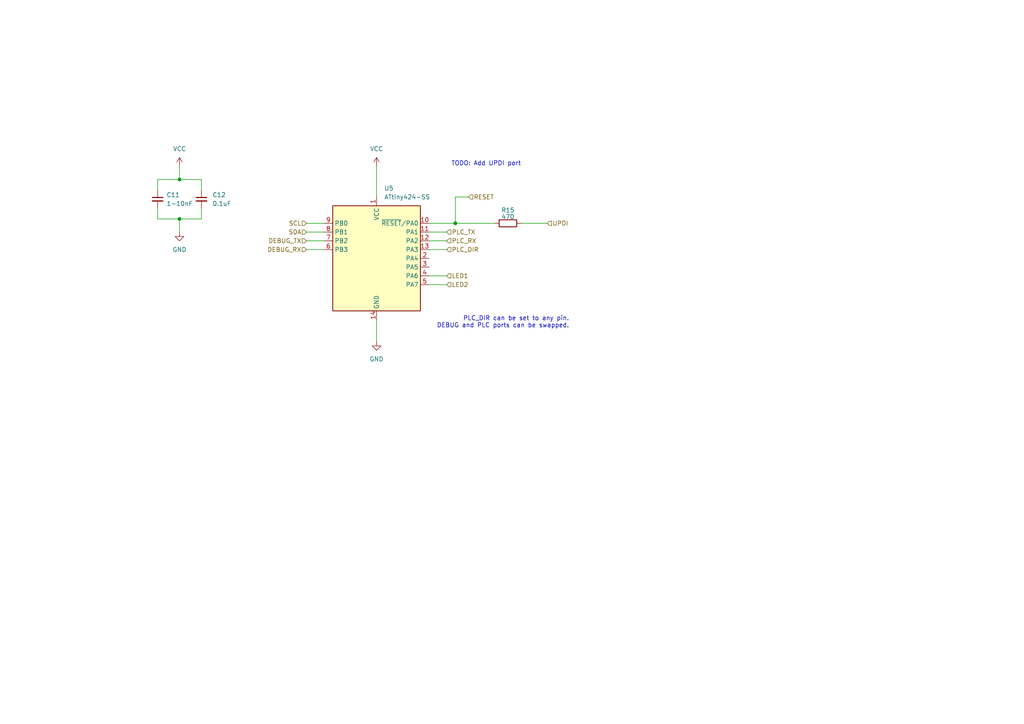
<source format=kicad_sch>
(kicad_sch (version 20230121) (generator eeschema)
  (paper "A4")
  (lib_symbols
    (symbol "Device:C_Small" (pin_numbers hide) (pin_names (offset 0.254) hide)
      (property "Reference" "C" (at 0.254 1.778 0))
      (property "Value" "C_Small" (at 0.254 -2.032 0))
      (symbol "C_Small_0_1"
        (polyline (pts (xy -1.524 -0.508) (xy 1.524 -0.508)) (stroke (width 0.3302)))
        (polyline (pts (xy -1.524 0.508) (xy 1.524 0.508)) (stroke (width 0.3048)))
      )
      (symbol "C_Small_1_1"
        (pin passive line (at 0 2.54 270) (length 2.032) (name "~") (number "1"))
        (pin passive line (at 0 -2.54 90) (length 2.032) (name "~") (number "2"))
      )
    )
    (symbol "Device:R" (pin_numbers hide) (pin_names (offset 0))
      (property "Reference" "R" (at 2.032 0 90))
      (property "Value" "R" (at 0 0 90))
      (symbol "R_0_1"
        (rectangle (start -1.016 -2.54) (end 1.016 2.54) (stroke (width 0.254)))
      )
      (symbol "R_1_1"
        (pin passive line (at 0 3.81 270) (length 1.27) (name "~") (number "1"))
        (pin passive line (at 0 -3.81 90) (length 1.27) (name "~") (number "2"))
      )
    )
    (symbol "MCU_Microchip_ATtiny:ATtiny424-SS"
      (property "Reference" "U" (at -12.7 16.51 0))
      (property "Value" "ATtiny424-SS" (at 2.54 -16.51 0))
      (symbol "ATtiny424-SS_0_1"
        (rectangle (start -12.7 -15.24) (end 12.7 15.24) (stroke (width 0.254)) (fill (type background)))
      )
      (symbol "ATtiny424-SS_1_1"
        (pin power_in line (at 0 17.78 270) (length 2.54) (name "VCC") (number "1"))
        (pin bidirectional line (at 15.24 10.16 180) (length 2.54) (name "~{RESET}/PA0") (number "10"))
        (pin bidirectional line (at 15.24 7.62 180) (length 2.54) (name "PA1") (number "11"))
        (pin bidirectional line (at 15.24 5.08 180) (length 2.54) (name "PA2") (number "12"))
        (pin bidirectional line (at 15.24 2.54 180) (length 2.54) (name "PA3") (number "13"))
        (pin power_in line (at 0 -17.78 90) (length 2.54) (name "GND") (number "14"))
        (pin bidirectional line (at 15.24 0 180) (length 2.54) (name "PA4") (number "2"))
        (pin bidirectional line (at 15.24 -2.54 180) (length 2.54) (name "PA5") (number "3"))
        (pin bidirectional line (at 15.24 -5.08 180) (length 2.54) (name "PA6") (number "4"))
        (pin bidirectional line (at 15.24 -7.62 180) (length 2.54) (name "PA7") (number "5"))
        (pin bidirectional line (at -15.24 2.54 0) (length 2.54) (name "PB3") (number "6"))
        (pin bidirectional line (at -15.24 5.08 0) (length 2.54) (name "PB2") (number "7"))
        (pin bidirectional line (at -15.24 7.62 0) (length 2.54) (name "PB1") (number "8"))
        (pin bidirectional line (at -15.24 10.16 0) (length 2.54) (name "PB0") (number "9"))
      )
    )
    (symbol "power:GND" (power) (pin_names (offset 0))
      (property "Value" "GND" (at 0 -3.81 0))
      (symbol "GND_0_1"
        (polyline (pts (xy 0 0) (xy 0 -1.27) (xy 1.27 -1.27) (xy 0 -2.54) (xy -1.27 -1.27) (xy 0 -1.27)))
      )
      (symbol "GND_1_1"
        (pin power_in line (at 0 0 270) (length 0) hide (name "GND") (number "1"))
      )
    )
    (symbol "power:VCC" (power) (pin_names (offset 0))
      (property "Value" "VCC" (at 0 3.81 0))
      (symbol "VCC_0_1"
        (polyline (pts (xy -0.762 1.27) (xy 0 2.54)))
        (polyline (pts (xy 0 0) (xy 0 2.54)))
        (polyline (pts (xy 0 2.54) (xy 0.762 1.27)))
      )
      (symbol "VCC_1_1"
        (pin power_in line (at 0 0 90) (length 0) hide (name "VCC") (number "1"))
      )
    )
  )
  (junction (at 52.07 63.5))
  (junction (at 132.08 64.77))
  (junction (at 52.07 52.07))
  (wire (pts (xy 52.07 63.5) (xy 52.07 67.31)))
  (wire (pts (xy 58.42 60.325) (xy 58.42 63.5)))
  (wire (pts (xy 88.9 64.77) (xy 93.98 64.77)))
  (wire (pts (xy 45.72 63.5) (xy 52.07 63.5)))
  (wire (pts (xy 132.08 64.77) (xy 143.51 64.77)))
  (wire (pts (xy 52.07 52.07) (xy 58.42 52.07)))
  (wire (pts (xy 124.46 72.39) (xy 129.54 72.39)))
  (wire (pts (xy 88.9 67.31) (xy 93.98 67.31)))
  (wire (pts (xy 45.72 52.07) (xy 52.07 52.07)))
  (wire (pts (xy 124.46 67.31) (xy 129.54 67.31)))
  (wire (pts (xy 124.46 82.55) (xy 129.54 82.55)))
  (wire (pts (xy 132.08 57.15) (xy 132.08 64.77)))
  (wire (pts (xy 52.07 63.5) (xy 58.42 63.5)))
  (wire (pts (xy 124.46 69.85) (xy 129.54 69.85)))
  (wire (pts (xy 109.22 48.26) (xy 109.22 57.15)))
  (wire (pts (xy 151.13 64.77) (xy 158.75 64.77)))
  (wire (pts (xy 52.07 48.26) (xy 52.07 52.07)))
  (wire (pts (xy 45.72 52.07) (xy 45.72 55.245)))
  (wire (pts (xy 135.89 57.15) (xy 132.08 57.15)))
  (wire (pts (xy 124.46 64.77) (xy 132.08 64.77)))
  (wire (pts (xy 88.9 69.85) (xy 93.98 69.85)))
  (wire (pts (xy 45.72 60.325) (xy 45.72 63.5)))
  (wire (pts (xy 88.9 72.39) (xy 93.98 72.39)))
  (wire (pts (xy 109.22 92.71) (xy 109.22 99.06)))
  (wire (pts (xy 124.46 80.01) (xy 129.54 80.01)))
  (wire (pts (xy 58.42 52.07) (xy 58.42 55.245)))
  (text "TODO: Add UPDI port" (at 151.13 48.26 0) (effects (font (size 1.27 1.27)) (justify right bottom)))
  (text "PLC_DIR can be set to any pin.\nDEBUG and PLC ports can be swapped." (at 165.1 95.25 0) (effects (font (size 1.27 1.27)) (justify right bottom)))
  (hierarchical_label "PLC_DIR" (shape input) (at 129.54 72.39 0))
  (hierarchical_label "LED2" (shape input) (at 129.54 82.55 0))
  (hierarchical_label "SCL" (shape input) (at 88.9 64.77 180))
  (hierarchical_label "DEBUG_TX" (shape input) (at 88.9 69.85 180))
  (hierarchical_label "RESET" (shape input) (at 135.89 57.15 0))
  (hierarchical_label "PLC_TX" (shape input) (at 129.54 67.31 0))
  (hierarchical_label "PLC_RX" (shape input) (at 129.54 69.85 0))
  (hierarchical_label "DEBUG_RX" (shape input) (at 88.9 72.39 180))
  (hierarchical_label "SDA" (shape input) (at 88.9 67.31 180))
  (hierarchical_label "UPDI" (shape input) (at 158.75 64.77 0))
  (hierarchical_label "LED1" (shape input) (at 129.54 80.01 0))
  (symbol (lib_id "Device:C_Small") (at 45.72 57.785 0) (unit 1)
    (property "Reference" "C11" (at 48.26 56.5213 0) (effects (justify left)))
    (property "Value" "1-10nF" (at 48.26 59.0613 0) (effects (justify left)))
    (property "Footprint" "Capacitor_SMD:C_1206_3216Metric_Pad1.33x1.80mm_HandSolder" (effects hide))
  )
  (symbol (lib_id "power:VCC") (at 109.22 48.26 0) (unit 1)
    (property "Reference" "#PWR024" (effects hide))
    (property "Value" "VCC" (at 109.22 43.18 0))
  )
  (symbol (lib_id "Device:R") (at 147.32 64.77 90) (unit 1)
    (property "Reference" "R15" (at 147.32 60.96 90))
    (property "Value" "470" (at 147.32 62.865 90))
    (property "Footprint" "Resistor_SMD:R_1206_3216Metric_Pad1.30x1.75mm_HandSolder" (effects hide))
  )
  (symbol (lib_id "Device:C_Small") (at 58.42 57.785 0) (unit 1)
    (property "Reference" "C12" (at 61.595 56.5213 0) (effects (justify left)))
    (property "Value" "0.1uF" (at 61.595 59.0613 0) (effects (justify left)))
    (property "Footprint" "Capacitor_SMD:C_1206_3216Metric_Pad1.33x1.80mm_HandSolder" (effects hide))
  )
  (symbol (lib_id "power:GND") (at 52.07 67.31 0) (unit 1)
    (property "Reference" "#PWR027" (effects hide))
    (property "Value" "GND" (at 52.07 72.39 0))
  )
  (symbol (lib_id "power:GND") (at 109.22 99.06 0) (unit 1)
    (property "Reference" "#PWR025" (effects hide))
    (property "Value" "GND" (at 109.22 104.14 0))
  )
  (symbol (lib_id "power:VCC") (at 52.07 48.26 0) (unit 1)
    (property "Reference" "#PWR026" (effects hide))
    (property "Value" "VCC" (at 52.07 43.18 0))
  )
  (symbol (lib_id "MCU_Microchip_ATtiny:ATtiny424-SS") (at 109.22 74.93 0) (unit 1)
    (property "Reference" "U5" (at 111.4141 54.61 0) (effects (justify left)))
    (property "Value" "ATtiny424-SS" (at 111.4141 57.15 0) (effects (justify left)))
    (property "Footprint" "Package_SO:SOIC-14_3.9x8.7mm_P1.27mm" (effects hide))
    (property "Datasheet" "https://ww1.microchip.com/downloads/en/DeviceDoc/ATtiny424-426-427-824-826-827-DataSheet-DS40002311A.pdf" (effects hide))
  )
)
</source>
